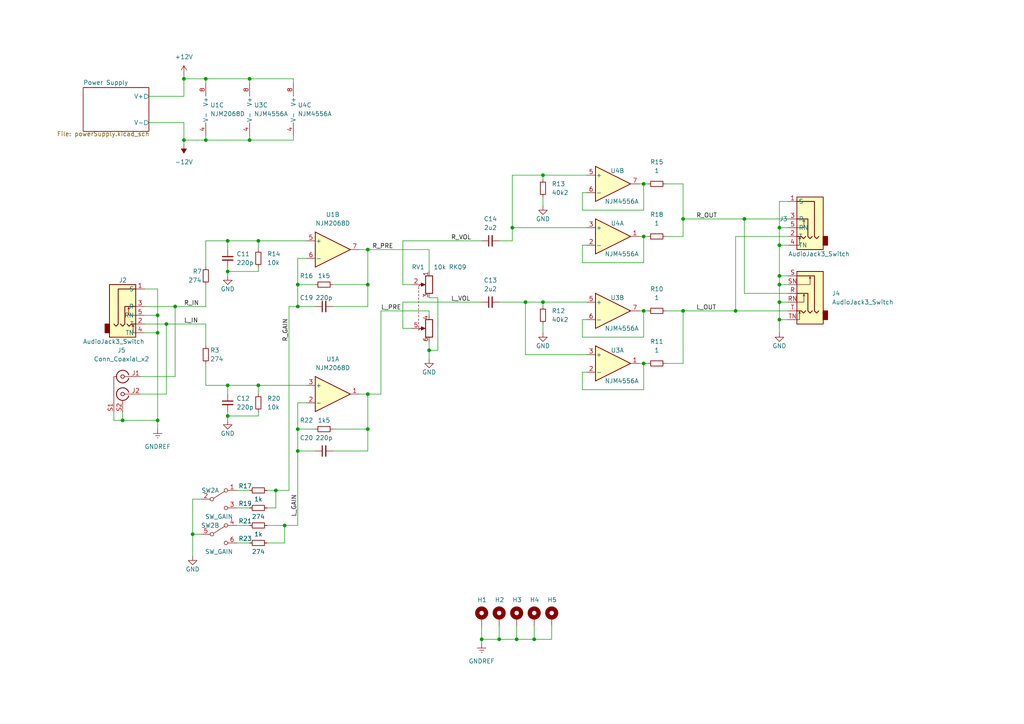
<source format=kicad_sch>
(kicad_sch (version 20211123) (generator eeschema)
  (paper "A4")
  (title_block (title "uAmp - O2 Headphone Amplifier Derivative") (date "2023-01-28") (rev "0") (company "Microcode.io"))
  (lib_symbols
    (symbol "Amplifier_Operational:NJM4556A" (pin_names (offset 0.127))
      (property "Reference" "U" (at 0 5.08 0))
      (property "Value" "NJM4556A" (at 0 -5.08 0))
      (symbol "NJM4556A_1_1"
        (polyline (pts (xy -5.08 5.08) (xy 5.08 0) (xy -5.08 -5.08) (xy -5.08 5.08)) (stroke (width 0.254)) (fill (type background)))
        (pin output line (at 7.62 0 180) (length 2.54) (name "~") (number "1"))
        (pin input line (at -7.62 -2.54 0) (length 2.54) (name "-") (number "2"))
        (pin input line (at -7.62 2.54 0) (length 2.54) (name "+") (number "3"))
      )
      (symbol "NJM4556A_2_1"
        (polyline (pts (xy -5.08 5.08) (xy 5.08 0) (xy -5.08 -5.08) (xy -5.08 5.08)) (stroke (width 0.254)) (fill (type background)))
        (pin input line (at -7.62 2.54 0) (length 2.54) (name "+") (number "5"))
        (pin input line (at -7.62 -2.54 0) (length 2.54) (name "-") (number "6"))
        (pin output line (at 7.62 0 180) (length 2.54) (name "~") (number "7"))
      )
      (symbol "NJM4556A_3_1"
        (pin power_in line (at -2.54 -7.62 90) (length 3.81) (name "V-") (number "4"))
        (pin power_in line (at -2.54 7.62 270) (length 3.81) (name "V+") (number "8"))
      )
    )
    (symbol "Amplifier_Operational:OPA2277" (pin_names (offset 0.127))
      (property "Reference" "U" (at 0 5.08 0))
      (property "Value" "OPA2277" (at 0 -5.08 0))
      (symbol "OPA2277_1_1"
        (polyline (pts (xy -5.08 5.08) (xy 5.08 0) (xy -5.08 -5.08) (xy -5.08 5.08)) (stroke (width 0.254)) (fill (type background)))
        (pin output line (at 7.62 0 180) (length 2.54) (name "~") (number "1"))
        (pin input line (at -7.62 -2.54 0) (length 2.54) (name "-") (number "2"))
        (pin input line (at -7.62 2.54 0) (length 2.54) (name "+") (number "3"))
      )
      (symbol "OPA2277_2_1"
        (polyline (pts (xy -5.08 5.08) (xy 5.08 0) (xy -5.08 -5.08) (xy -5.08 5.08)) (stroke (width 0.254)) (fill (type background)))
        (pin input line (at -7.62 2.54 0) (length 2.54) (name "+") (number "5"))
        (pin input line (at -7.62 -2.54 0) (length 2.54) (name "-") (number "6"))
        (pin output line (at 7.62 0 180) (length 2.54) (name "~") (number "7"))
      )
      (symbol "OPA2277_3_1"
        (pin power_in line (at -2.54 -7.62 90) (length 3.81) (name "V-") (number "4"))
        (pin power_in line (at -2.54 7.62 270) (length 3.81) (name "V+") (number "8"))
      )
    )
    (symbol "AudioJack3_Switch_1"
      (property "Reference" "J3" (at 7.62 0.0001 0))
      (property "Value" "AudioJack3_Switch_1" (at 7.62 -2.5399 0))
      (symbol "AudioJack3_Switch_1_0_1"
        (rectangle (start -5.08 -5.08) (end -6.35 -7.62) (stroke (width 0.254)) (fill (type outline)))
        (polyline (pts (xy 0.508 -0.254) (xy 0.762 -0.762)))
        (polyline (pts (xy 1.778 -5.334) (xy 2.032 -5.842)))
        (polyline (pts (xy 0 -5.08) (xy 0.635 -5.715) (xy 1.27 -5.08) (xy 2.54 -5.08)) (stroke (width 0.254)))
        (polyline (pts (xy 2.54 -7.62) (xy 1.778 -7.62) (xy 1.778 -5.334) (xy 1.524 -5.842)))
        (polyline (pts (xy 2.54 -2.54) (xy 0.508 -2.54) (xy 0.508 -0.254) (xy 0.254 -0.762)))
        (polyline (pts (xy -1.905 -5.08) (xy -1.27 -5.715) (xy -0.635 -5.08) (xy -0.635 0) (xy 2.54 0)) (stroke (width 0.254)))
        (polyline (pts (xy 2.54 5.08) (xy -2.54 5.08) (xy -2.54 -5.08) (xy -3.175 -5.715) (xy -3.81 -5.08)) (stroke (width 0.254)))
        (rectangle (start 2.54 6.35) (end -5.08 -8.89) (stroke (width 0.254)) (fill (type background)))
      )
      (symbol "AudioJack3_Switch_1_1_1"
        (pin passive line (at 5.08 5.08 180) (length 2.54) (name "S") (number "1"))
        (pin passive line (at 5.08 -5.08 180) (length 2.54) (name "T") (number "2"))
        (pin passive line (at 5.08 0 180) (length 2.54) (name "R") (number "3"))
        (pin passive line (at 5.08 -7.62 180) (length 2.54) (name "TN") (number "4"))
        (pin passive line (at 5.08 -2.54 180) (length 2.54) (name "RN") (number "5"))
      )
    )
    (symbol "Connector:AudioJack3_Switch"
      (property "Reference" "J" (at 0 11.43 0))
      (property "Value" "AudioJack3_Switch" (at 0 8.89 0))
      (symbol "AudioJack3_Switch_0_1"
        (rectangle (start -5.08 -5.08) (end -6.35 -7.62) (stroke (width 0.254)) (fill (type outline)))
        (polyline (pts (xy -1.27 4.826) (xy -1.016 4.318)))
        (polyline (pts (xy 0.508 -0.254) (xy 0.762 -0.762)))
        (polyline (pts (xy 1.778 -5.334) (xy 2.032 -5.842)))
        (polyline (pts (xy 0 -5.08) (xy 0.635 -5.715) (xy 1.27 -5.08) (xy 2.54 -5.08)) (stroke (width 0.254)))
        (polyline (pts (xy 2.54 -7.62) (xy 1.778 -7.62) (xy 1.778 -5.334) (xy 1.524 -5.842)))
        (polyline (pts (xy 2.54 -2.54) (xy 0.508 -2.54) (xy 0.508 -0.254) (xy 0.254 -0.762)))
        (polyline (pts (xy 2.54 2.54) (xy -1.27 2.54) (xy -1.27 4.826) (xy -1.524 4.318)))
        (polyline (pts (xy -1.905 -5.08) (xy -1.27 -5.715) (xy -0.635 -5.08) (xy -0.635 0) (xy 2.54 0)) (stroke (width 0.254)))
        (polyline (pts (xy 2.54 5.08) (xy -2.54 5.08) (xy -2.54 -5.08) (xy -3.175 -5.715) (xy -3.81 -5.08)) (stroke (width 0.254)))
        (rectangle (start 2.54 6.35) (end -5.08 -8.89) (stroke (width 0.254)) (fill (type background)))
      )
      (symbol "AudioJack3_Switch_1_1"
        (pin passive line (at 5.08 0 180) (length 2.54) (name "~") (number "R"))
        (pin passive line (at 5.08 -2.54 180) (length 2.54) (name "~") (number "RN"))
        (pin passive line (at 5.08 5.08 180) (length 2.54) (name "~") (number "S"))
        (pin passive line (at 5.08 2.54 180) (length 2.54) (name "~") (number "SN"))
        (pin passive line (at 5.08 -5.08 180) (length 2.54) (name "~") (number "T"))
        (pin passive line (at 5.08 -7.62 180) (length 2.54) (name "~") (number "TN"))
      )
    )
    (symbol "Connector:Conn_Coaxial_x2" (pin_names (offset 1.016) hide)
      (property "Reference" "J5" (at 0.3174 10.16 0))
      (property "Value" "Conn_Coaxial_x2" (at 0.3174 7.62 0))
      (symbol "Conn_Coaxial_x2_0_0"
        (pin passive line (at 2.54 -7.62 90) (length 2.54) (name "SHLD") (number "S1"))
      )
      (symbol "Conn_Coaxial_x2_0_1"
        (arc (start -1.778 -3.048) (mid 0.2311 -4.3466) (end 1.778 -2.54) (stroke (width 0.254)))
        (arc (start -1.778 2.032) (mid 0.2311 0.7334) (end 1.778 2.54) (stroke (width 0.254)))
        (circle (center 0 -2.54) (radius 0.508) (stroke (width 0.2032)))
        (polyline (pts (xy -2.54 -2.54) (xy -0.508 -2.54)))
        (polyline (pts (xy -2.54 2.54) (xy -0.508 2.54)))
        (polyline (pts (xy 0 -5.08) (xy 0 -4.318)))
        (polyline (pts (xy 2.54 -5.08) (xy 2.54 2.54) (xy 1.905 2.54)))
        (circle (center 0 2.54) (radius 0.508) (stroke (width 0.2032)))
        (arc (start 1.778 -2.54) (mid 0.2099 -0.7299) (end -1.778 -2.032) (stroke (width 0.254)))
        (arc (start 1.778 2.54) (mid 0.2099 4.3501) (end -1.778 3.048) (stroke (width 0.254)))
      )
      (symbol "Conn_Coaxial_x2_1_1"
        (pin passive line (at -5.08 2.54 0) (length 2.54) (name "IN1") (number "J1"))
        (pin passive line (at -5.08 -2.54 0) (length 2.54) (name "IN2") (number "J2"))
        (pin passive line (at 0 -7.62 90) (length 2.54) (name "SHLD") (number "S2"))
      )
    )
    (symbol "Device:C_Small" (pin_numbers hide) (pin_names (offset 0.254) hide)
      (property "Reference" "C" (at 0.254 1.778 0))
      (property "Value" "C_Small" (at 0.254 -2.032 0))
      (symbol "C_Small_0_1"
        (polyline (pts (xy -1.524 -0.508) (xy 1.524 -0.508)) (stroke (width 0.3302)))
        (polyline (pts (xy -1.524 0.508) (xy 1.524 0.508)) (stroke (width 0.3048)))
      )
      (symbol "C_Small_1_1"
        (pin passive line (at 0 2.54 270) (length 2.032) (name "~") (number "1"))
        (pin passive line (at 0 -2.54 90) (length 2.032) (name "~") (number "2"))
      )
    )
    (symbol "Device:R_Potentiometer_Dual" (pin_names (offset 1.016) hide)
      (property "Reference" "RV" (at 0 3.81 0))
      (property "Value" "R_Potentiometer_Dual" (at 0 1.905 0))
      (symbol "R_Potentiometer_Dual_0_1"
        (rectangle (start -8.89 -1.524) (end -3.81 -3.556) (stroke (width 0.254)))
        (polyline (pts (xy -6.35 0) (xy -6.35 -1.016)))
        (polyline (pts (xy -6.35 0) (xy -6.35 -1.016)))
        (polyline (pts (xy -6.35 0) (xy -5.842 0.508)))
        (polyline (pts (xy -5.588 0.508) (xy -5.08 0.508)))
        (polyline (pts (xy -4.572 0.508) (xy -4.064 0.508)))
        (polyline (pts (xy -3.556 0.508) (xy -3.048 0.508)))
        (polyline (pts (xy -2.54 0.508) (xy -2.032 0.508)))
        (polyline (pts (xy -1.524 0.508) (xy -1.016 0.508)))
        (polyline (pts (xy -0.508 0.508) (xy 0 0.508)))
        (polyline (pts (xy 0.508 0.508) (xy 1.016 0.508)))
        (polyline (pts (xy 1.524 0.508) (xy 2.032 0.508)))
        (polyline (pts (xy 2.54 0.508) (xy 3.048 0.508)))
        (polyline (pts (xy 3.556 0.508) (xy 4.064 0.508)))
        (polyline (pts (xy 4.572 0.508) (xy 5.08 0.508)))
        (polyline (pts (xy 5.588 0.508) (xy 6.096 0.508)))
        (polyline (pts (xy 6.35 0) (xy 6.35 -1.016)))
        (polyline (pts (xy 6.35 0) (xy 6.35 -1.016)))
        (polyline (pts (xy 6.604 0.508) (xy 6.858 0.508) (xy 6.35 0)))
        (polyline (pts (xy -6.35 -1.397) (xy -6.858 -0.254) (xy -5.842 -0.254) (xy -6.35 -1.397)) (fill (type outline)))
        (polyline (pts (xy 6.35 -1.397) (xy 5.842 -0.254) (xy 6.858 -0.254) (xy 6.35 -1.397)) (fill (type outline)))
        (rectangle (start 3.81 -1.524) (end 8.89 -3.556) (stroke (width 0.254)))
      )
      (symbol "R_Potentiometer_Dual_1_1"
        (pin passive line (at -10.16 -2.54 0) (length 1.27) (name "1") (number "1"))
        (pin passive line (at -6.35 2.54 270) (length 2.54) (name "2") (number "2"))
        (pin passive line (at -2.54 -2.54 180) (length 1.27) (name "3") (number "3"))
        (pin passive line (at 2.54 -2.54 0) (length 1.27) (name "4") (number "4"))
        (pin passive line (at 6.35 2.54 270) (length 2.54) (name "5") (number "5"))
        (pin passive line (at 10.16 -2.54 180) (length 1.27) (name "6") (number "6"))
      )
    )
    (symbol "Device:R_Small" (pin_numbers hide) (pin_names (offset 0.254) hide)
      (property "Reference" "R" (at 0.762 0.508 0))
      (property "Value" "R_Small" (at 0.762 -1.016 0))
      (symbol "R_Small_0_1"
        (rectangle (start -0.762 1.778) (end 0.762 -1.778) (stroke (width 0.2032)))
      )
      (symbol "R_Small_1_1"
        (pin passive line (at 0 2.54 270) (length 0.762) (name "~") (number "1"))
        (pin passive line (at 0 -2.54 90) (length 0.762) (name "~") (number "2"))
      )
    )
    (symbol "Mechanical:MountingHole_Pad" (pin_numbers hide) (pin_names (offset 1.016) hide)
      (property "Reference" "H" (at 0 6.35 0))
      (property "Value" "MountingHole_Pad" (at 0 4.445 0))
      (symbol "MountingHole_Pad_0_1"
        (circle (center 0 1.27) (radius 1.27) (stroke (width 1.27)))
      )
      (symbol "MountingHole_Pad_1_1"
        (pin input line (at 0 -2.54 90) (length 2.54) (name "1") (number "1"))
      )
    )
    (symbol "Switch:SW_DPDT_x2" (pin_names (offset 0) hide)
      (property "Reference" "SW" (at 0 4.318 0))
      (property "Value" "SW_DPDT_x2" (at 0 -5.08 0))
      (symbol "SW_DPDT_x2_0_0"
        (circle (center -2.032 0) (radius 0.508))
        (circle (center 2.032 -2.54) (radius 0.508))
      )
      (symbol "SW_DPDT_x2_0_1"
        (polyline (pts (xy -1.524 0.254) (xy 1.651 2.286)))
        (circle (center 2.032 2.54) (radius 0.508))
      )
      (symbol "SW_DPDT_x2_1_1"
        (pin passive line (at 5.08 2.54 180) (length 2.54) (name "A") (number "1"))
        (pin passive line (at -5.08 0 0) (length 2.54) (name "B") (number "2"))
        (pin passive line (at 5.08 -2.54 180) (length 2.54) (name "C") (number "3"))
      )
      (symbol "SW_DPDT_x2_2_1"
        (pin passive line (at 5.08 2.54 180) (length 2.54) (name "A") (number "4"))
        (pin passive line (at -5.08 0 0) (length 2.54) (name "B") (number "5"))
        (pin passive line (at 5.08 -2.54 180) (length 2.54) (name "C") (number "6"))
      )
    )
    (symbol "power:+12V" (power) (pin_names (offset 0))
      (property "Value" "+12V" (at 0 3.556 0))
      (symbol "+12V_0_1"
        (polyline (pts (xy -0.762 1.27) (xy 0 2.54)))
        (polyline (pts (xy 0 0) (xy 0 2.54)))
        (polyline (pts (xy 0 2.54) (xy 0.762 1.27)))
      )
      (symbol "+12V_1_1"
        (pin power_in line (at 0 0 90) (length 0) hide (name "+12V") (number "1"))
      )
    )
    (symbol "power:-12V" (power) (pin_names (offset 0))
      (property "Value" "-12V" (at 0 3.81 0))
      (symbol "-12V_0_0"
        (pin power_in line (at 0 0 90) (length 0) hide (name "-12V") (number "1"))
      )
      (symbol "-12V_0_1"
        (polyline (pts (xy 0 0) (xy 0 1.27) (xy 0.762 1.27) (xy 0 2.54) (xy -0.762 1.27) (xy 0 1.27)) (fill (type outline)))
      )
    )
    (symbol "power:GND" (power) (pin_names (offset 0))
      (property "Value" "GND" (at 0 -3.81 0))
      (symbol "GND_0_1"
        (polyline (pts (xy 0 0) (xy 0 -1.27) (xy 1.27 -1.27) (xy 0 -2.54) (xy -1.27 -1.27) (xy 0 -1.27)))
      )
      (symbol "GND_1_1"
        (pin power_in line (at 0 0 270) (length 0) hide (name "GND") (number "1"))
      )
    )
    (symbol "power:GNDREF" (power) (pin_names (offset 0))
      (property "Value" "GNDREF" (at 0 -3.81 0))
      (symbol "GNDREF_0_1"
        (polyline (pts (xy -0.635 -1.905) (xy 0.635 -1.905)))
        (polyline (pts (xy -0.127 -2.54) (xy 0.127 -2.54)))
        (polyline (pts (xy 0 -1.27) (xy 0 0)))
        (polyline (pts (xy 1.27 -1.27) (xy -1.27 -1.27)))
      )
      (symbol "GNDREF_1_1"
        (pin power_in line (at 0 0 270) (length 0) hide (name "GNDREF") (number "1"))
      )
    )
  )
  (junction (at 53.34 40.64))
  (junction (at 45.72 121.92))
  (junction (at 86.36 82.55))
  (junction (at 45.72 96.52))
  (junction (at 124.46 101.6))
  (junction (at 80.01 142.24))
  (junction (at 66.04 78.74))
  (junction (at 226.06 66.04))
  (junction (at 86.36 130.81))
  (junction (at 106.68 114.3))
  (junction (at 86.36 88.9))
  (junction (at 186.69 68.58))
  (junction (at 35.56 121.92))
  (junction (at 144.78 185.42))
  (junction (at 226.06 87.63))
  (junction (at 53.34 22.86))
  (junction (at 74.93 69.85))
  (junction (at 74.93 111.76))
  (junction (at 139.7 185.42))
  (junction (at 86.36 124.46))
  (junction (at 66.04 111.76))
  (junction (at 59.69 22.86))
  (junction (at 106.68 72.39))
  (junction (at 157.48 87.63))
  (junction (at 106.68 82.55))
  (junction (at 226.06 80.01))
  (junction (at 148.59 66.04))
  (junction (at 82.55 152.4))
  (junction (at 55.88 154.94))
  (junction (at 198.12 63.5))
  (junction (at 72.39 40.64))
  (junction (at 106.68 124.46))
  (junction (at 226.06 92.71))
  (junction (at 152.4 87.63))
  (junction (at 66.04 120.65))
  (junction (at 45.72 91.44))
  (junction (at 213.36 90.17))
  (junction (at 186.69 90.17))
  (junction (at 149.86 185.42))
  (junction (at 48.26 93.98))
  (junction (at 154.94 185.42))
  (junction (at 226.06 82.55))
  (junction (at 157.48 50.8))
  (junction (at 215.9 63.5))
  (junction (at 226.06 71.12))
  (junction (at 66.04 69.85))
  (junction (at 186.69 105.41))
  (junction (at 59.69 40.64))
  (junction (at 198.12 90.17))
  (junction (at 50.8 88.9))
  (junction (at 186.69 53.34))
  (junction (at 72.39 22.86))
  (wire (pts (xy 43.18 35.56) (xy 53.34 35.56)))
  (wire (pts (xy 226.06 66.04) (xy 226.06 71.12)))
  (wire (pts (xy 226.06 82.55) (xy 226.06 87.63)))
  (wire (pts (xy 148.59 66.04) (xy 170.18 66.04)))
  (wire (pts (xy 43.18 27.94) (xy 53.34 27.94)))
  (wire (pts (xy 116.84 87.63) (xy 139.7 87.63)))
  (wire (pts (xy 144.78 185.42) (xy 139.7 185.42)))
  (wire (pts (xy 226.06 66.04) (xy 228.6 66.04)))
  (wire (pts (xy 74.93 77.47) (xy 74.93 78.74)))
  (wire (pts (xy 124.46 86.36) (xy 127 86.36)))
  (wire (pts (xy 59.69 105.41) (xy 59.69 111.76)))
  (wire (pts (xy 186.69 76.2) (xy 186.69 68.58)))
  (wire (pts (xy 59.69 93.98) (xy 59.69 100.33)))
  (wire (pts (xy 106.68 130.81) (xy 96.52 130.81)))
  (wire (pts (xy 106.68 72.39) (xy 106.68 82.55)))
  (wire (pts (xy 66.04 111.76) (xy 66.04 114.3)))
  (wire (pts (xy 41.91 96.52) (xy 45.72 96.52)))
  (wire (pts (xy 198.12 63.5) (xy 215.9 63.5)))
  (wire (pts (xy 68.58 147.32) (xy 72.39 147.32)))
  (wire (pts (xy 168.91 107.95) (xy 168.91 113.03)))
  (wire (pts (xy 226.06 80.01) (xy 228.6 80.01)))
  (wire (pts (xy 157.48 50.8) (xy 157.48 52.07)))
  (wire (pts (xy 198.12 90.17) (xy 193.04 90.17)))
  (wire (pts (xy 149.86 185.42) (xy 144.78 185.42)))
  (wire (pts (xy 59.69 40.64) (xy 53.34 40.64)))
  (wire (pts (xy 59.69 111.76) (xy 66.04 111.76)))
  (wire (pts (xy 68.58 142.24) (xy 72.39 142.24)))
  (wire (pts (xy 157.48 87.63) (xy 170.18 87.63)))
  (wire (pts (xy 66.04 78.74) (xy 66.04 80.01)))
  (wire (pts (xy 168.91 55.88) (xy 168.91 60.96)))
  (wire (pts (xy 55.88 154.94) (xy 58.42 154.94)))
  (wire (pts (xy 170.18 92.71) (xy 168.91 92.71)))
  (wire (pts (xy 74.93 111.76) (xy 88.9 111.76)))
  (wire (pts (xy 168.91 97.79) (xy 186.69 97.79)))
  (wire (pts (xy 139.7 181.61) (xy 139.7 185.42)))
  (wire (pts (xy 213.36 90.17) (xy 213.36 68.58)))
  (wire (pts (xy 82.55 152.4) (xy 82.55 157.48)))
  (wire (pts (xy 186.69 105.41) (xy 185.42 105.41)))
  (wire (pts (xy 72.39 22.86) (xy 72.39 24.13)))
  (wire (pts (xy 86.36 82.55) (xy 91.44 82.55)))
  (wire (pts (xy 59.69 24.13) (xy 59.69 22.86)))
  (wire (pts (xy 53.34 35.56) (xy 53.34 40.64)))
  (wire (pts (xy 59.69 40.64) (xy 72.39 40.64)))
  (wire (pts (xy 40.64 114.3) (xy 48.26 114.3)))
  (wire (pts (xy 215.9 63.5) (xy 228.6 63.5)))
  (wire (pts (xy 59.69 22.86) (xy 53.34 22.86)))
  (wire (pts (xy 59.69 88.9) (xy 59.69 82.55)))
  (wire (pts (xy 186.69 53.34) (xy 187.96 53.34)))
  (wire (pts (xy 106.68 82.55) (xy 106.68 88.9)))
  (wire (pts (xy 41.91 83.82) (xy 45.72 83.82)))
  (wire (pts (xy 157.48 93.98) (xy 157.48 96.52)))
  (wire (pts (xy 41.91 93.98) (xy 48.26 93.98)))
  (wire (pts (xy 33.02 119.38) (xy 33.02 121.92)))
  (wire (pts (xy 77.47 147.32) (xy 80.01 147.32)))
  (wire (pts (xy 226.06 71.12) (xy 226.06 80.01)))
  (wire (pts (xy 127 86.36) (xy 127 101.6)))
  (wire (pts (xy 148.59 66.04) (xy 148.59 50.8)))
  (wire (pts (xy 186.69 105.41) (xy 187.96 105.41)))
  (wire (pts (xy 66.04 69.85) (xy 74.93 69.85)))
  (wire (pts (xy 157.48 87.63) (xy 157.48 88.9)))
  (wire (pts (xy 96.52 124.46) (xy 106.68 124.46)))
  (wire (pts (xy 149.86 181.61) (xy 149.86 185.42)))
  (wire (pts (xy 124.46 91.44) (xy 124.46 90.17)))
  (wire (pts (xy 170.18 71.12) (xy 168.91 71.12)))
  (wire (pts (xy 168.91 92.71) (xy 168.91 97.79)))
  (wire (pts (xy 77.47 152.4) (xy 82.55 152.4)))
  (wire (pts (xy 86.36 74.93) (xy 86.36 82.55)))
  (wire (pts (xy 228.6 58.42) (xy 226.06 58.42)))
  (wire (pts (xy 170.18 55.88) (xy 168.91 55.88)))
  (wire (pts (xy 116.84 95.25) (xy 116.84 87.63)))
  (wire (pts (xy 213.36 68.58) (xy 228.6 68.58)))
  (wire (pts (xy 72.39 40.64) (xy 85.09 40.64)))
  (wire (pts (xy 66.04 120.65) (xy 66.04 121.92)))
  (wire (pts (xy 77.47 142.24) (xy 80.01 142.24)))
  (wire (pts (xy 48.26 93.98) (xy 48.26 114.3)))
  (wire (pts (xy 45.72 83.82) (xy 45.72 91.44)))
  (wire (pts (xy 96.52 82.55) (xy 106.68 82.55)))
  (wire (pts (xy 40.64 109.22) (xy 50.8 109.22)))
  (wire (pts (xy 186.69 90.17) (xy 187.96 90.17)))
  (wire (pts (xy 58.42 144.78) (xy 55.88 144.78)))
  (wire (pts (xy 74.93 120.65) (xy 66.04 120.65)))
  (wire (pts (xy 170.18 102.87) (xy 152.4 102.87)))
  (wire (pts (xy 148.59 69.85) (xy 148.59 66.04)))
  (wire (pts (xy 45.72 121.92) (xy 45.72 124.46)))
  (wire (pts (xy 170.18 107.95) (xy 168.91 107.95)))
  (wire (pts (xy 119.38 95.25) (xy 116.84 95.25)))
  (wire (pts (xy 186.69 90.17) (xy 185.42 90.17)))
  (wire (pts (xy 186.69 97.79) (xy 186.69 90.17)))
  (wire (pts (xy 106.68 114.3) (xy 106.68 124.46)))
  (wire (pts (xy 226.06 80.01) (xy 226.06 82.55)))
  (wire (pts (xy 59.69 77.47) (xy 59.69 69.85)))
  (wire (pts (xy 116.84 69.85) (xy 139.7 69.85)))
  (wire (pts (xy 74.93 78.74) (xy 66.04 78.74)))
  (wire (pts (xy 104.14 114.3) (xy 106.68 114.3)))
  (wire (pts (xy 86.36 82.55) (xy 86.36 88.9)))
  (wire (pts (xy 226.06 87.63) (xy 226.06 92.71)))
  (wire (pts (xy 168.91 76.2) (xy 186.69 76.2)))
  (wire (pts (xy 186.69 68.58) (xy 185.42 68.58)))
  (wire (pts (xy 198.12 63.5) (xy 198.12 68.58)))
  (wire (pts (xy 66.04 119.38) (xy 66.04 120.65)))
  (wire (pts (xy 226.06 92.71) (xy 226.06 96.52)))
  (wire (pts (xy 124.46 90.17) (xy 110.49 90.17)))
  (wire (pts (xy 110.49 90.17) (xy 110.49 114.3)))
  (wire (pts (xy 198.12 68.58) (xy 193.04 68.58)))
  (wire (pts (xy 154.94 181.61) (xy 154.94 185.42)))
  (wire (pts (xy 85.09 22.86) (xy 85.09 24.13)))
  (wire (pts (xy 86.36 152.4) (xy 82.55 152.4)))
  (wire (pts (xy 186.69 60.96) (xy 186.69 53.34)))
  (wire (pts (xy 86.36 88.9) (xy 83.82 88.9)))
  (wire (pts (xy 186.69 113.03) (xy 186.69 105.41)))
  (wire (pts (xy 59.69 22.86) (xy 72.39 22.86)))
  (wire (pts (xy 186.69 68.58) (xy 187.96 68.58)))
  (wire (pts (xy 86.36 116.84) (xy 86.36 124.46)))
  (wire (pts (xy 119.38 82.55) (xy 116.84 82.55)))
  (wire (pts (xy 45.72 121.92) (xy 35.56 121.92)))
  (wire (pts (xy 53.34 21.59) (xy 53.34 22.86)))
  (wire (pts (xy 106.68 124.46) (xy 106.68 130.81)))
  (wire (pts (xy 106.68 114.3) (xy 110.49 114.3)))
  (wire (pts (xy 88.9 116.84) (xy 86.36 116.84)))
  (wire (pts (xy 127 101.6) (xy 124.46 101.6)))
  (wire (pts (xy 186.69 53.34) (xy 185.42 53.34)))
  (wire (pts (xy 160.02 181.61) (xy 160.02 185.42)))
  (wire (pts (xy 226.06 82.55) (xy 228.6 82.55)))
  (wire (pts (xy 213.36 90.17) (xy 228.6 90.17)))
  (wire (pts (xy 104.14 72.39) (xy 106.68 72.39)))
  (wire (pts (xy 144.78 181.61) (xy 144.78 185.42)))
  (wire (pts (xy 168.91 60.96) (xy 186.69 60.96)))
  (wire (pts (xy 193.04 105.41) (xy 198.12 105.41)))
  (wire (pts (xy 53.34 27.94) (xy 53.34 22.86)))
  (wire (pts (xy 66.04 77.47) (xy 66.04 78.74)))
  (wire (pts (xy 226.06 58.42) (xy 226.06 66.04)))
  (wire (pts (xy 157.48 50.8) (xy 170.18 50.8)))
  (wire (pts (xy 86.36 124.46) (xy 91.44 124.46)))
  (wire (pts (xy 74.93 69.85) (xy 88.9 69.85)))
  (wire (pts (xy 198.12 105.41) (xy 198.12 90.17)))
  (wire (pts (xy 68.58 152.4) (xy 72.39 152.4)))
  (wire (pts (xy 168.91 113.03) (xy 186.69 113.03)))
  (wire (pts (xy 152.4 87.63) (xy 152.4 102.87)))
  (wire (pts (xy 144.78 87.63) (xy 152.4 87.63)))
  (wire (pts (xy 74.93 119.38) (xy 74.93 120.65)))
  (wire (pts (xy 74.93 69.85) (xy 74.93 72.39)))
  (wire (pts (xy 124.46 101.6) (xy 124.46 104.14)))
  (wire (pts (xy 68.58 157.48) (xy 72.39 157.48)))
  (wire (pts (xy 83.82 88.9) (xy 83.82 142.24)))
  (wire (pts (xy 72.39 22.86) (xy 85.09 22.86)))
  (wire (pts (xy 124.46 101.6) (xy 124.46 99.06)))
  (wire (pts (xy 72.39 39.37) (xy 72.39 40.64)))
  (wire (pts (xy 50.8 88.9) (xy 50.8 109.22)))
  (wire (pts (xy 33.02 121.92) (xy 35.56 121.92)))
  (wire (pts (xy 226.06 87.63) (xy 228.6 87.63)))
  (wire (pts (xy 41.91 88.9) (xy 50.8 88.9)))
  (wire (pts (xy 226.06 71.12) (xy 228.6 71.12)))
  (wire (pts (xy 226.06 92.71) (xy 228.6 92.71)))
  (wire (pts (xy 74.93 111.76) (xy 74.93 114.3)))
  (wire (pts (xy 160.02 185.42) (xy 154.94 185.42)))
  (wire (pts (xy 116.84 82.55) (xy 116.84 69.85)))
  (wire (pts (xy 154.94 185.42) (xy 149.86 185.42)))
  (wire (pts (xy 193.04 53.34) (xy 198.12 53.34)))
  (wire (pts (xy 35.56 121.92) (xy 35.56 119.38)))
  (wire (pts (xy 41.91 91.44) (xy 45.72 91.44)))
  (wire (pts (xy 198.12 53.34) (xy 198.12 63.5)))
  (wire (pts (xy 148.59 50.8) (xy 157.48 50.8)))
  (wire (pts (xy 45.72 96.52) (xy 45.72 121.92)))
  (wire (pts (xy 124.46 72.39) (xy 124.46 78.74)))
  (wire (pts (xy 86.36 130.81) (xy 91.44 130.81)))
  (wire (pts (xy 59.69 39.37) (xy 59.69 40.64)))
  (wire (pts (xy 53.34 40.64) (xy 53.34 41.91)))
  (wire (pts (xy 198.12 90.17) (xy 213.36 90.17)))
  (wire (pts (xy 86.36 130.81) (xy 86.36 152.4)))
  (wire (pts (xy 66.04 111.76) (xy 74.93 111.76)))
  (wire (pts (xy 80.01 147.32) (xy 80.01 142.24)))
  (wire (pts (xy 86.36 88.9) (xy 91.44 88.9)))
  (wire (pts (xy 157.48 57.15) (xy 157.48 59.69)))
  (wire (pts (xy 82.55 157.48) (xy 77.47 157.48)))
  (wire (pts (xy 96.52 88.9) (xy 106.68 88.9)))
  (wire (pts (xy 106.68 72.39) (xy 124.46 72.39)))
  (wire (pts (xy 55.88 144.78) (xy 55.88 154.94)))
  (wire (pts (xy 86.36 124.46) (xy 86.36 130.81)))
  (wire (pts (xy 144.78 69.85) (xy 148.59 69.85)))
  (wire (pts (xy 88.9 74.93) (xy 86.36 74.93)))
  (wire (pts (xy 55.88 154.94) (xy 55.88 161.29)))
  (wire (pts (xy 59.69 69.85) (xy 66.04 69.85)))
  (wire (pts (xy 215.9 85.09) (xy 215.9 63.5)))
  (wire (pts (xy 85.09 40.64) (xy 85.09 39.37)))
  (wire (pts (xy 139.7 185.42) (xy 139.7 186.69)))
  (wire (pts (xy 45.72 91.44) (xy 45.72 96.52)))
  (wire (pts (xy 66.04 69.85) (xy 66.04 72.39)))
  (wire (pts (xy 152.4 87.63) (xy 157.48 87.63)))
  (wire (pts (xy 83.82 142.24) (xy 80.01 142.24)))
  (wire (pts (xy 48.26 93.98) (xy 59.69 93.98)))
  (wire (pts (xy 50.8 88.9) (xy 59.69 88.9)))
  (wire (pts (xy 228.6 85.09) (xy 215.9 85.09)))
  (wire (pts (xy 168.91 71.12) (xy 168.91 76.2)))
  (label "R_IN" (at 53.34 88.9 0))
  (label "R_VOL" (at 130.81 69.85 0))
  (label "L_IN" (at 53.34 93.98 0))
  (label "L_GAIN" (at 86.36 149.86 90))
  (label "L_PRE" (at 110.49 90.17 0))
  (label "R_PRE" (at 107.95 72.39 0))
  (label "L_OUT" (at 201.93 90.17 0))
  (label "R_GAIN" (at 83.82 99.06 90))
  (label "R_OUT" (at 201.93 63.5 0))
  (label "L_VOL" (at 130.81 87.63 0))
  (symbol (lib_id "Amplifier_Operational:NJM4556A") (at 177.8 90.17 0) (unit 2)
    (property "Reference" "U3" (at 179.07 86.36 0))
    (property "Value" "NJM4556A" (at 180.34 95.25 0))
    (property "Footprint" "Package_DIP:DIP-8_W7.62mm_Socket_LongPads" (effects hide))
    (property "Datasheet" "https://www.nisshinbo-microdevices.co.jp/en/pdf/datasheet/NJM4556A_E.pdf" (effects hide))
    (property "Original Part" "NJM4556AD" (effects hide))
    (property "Manufacturer" "Nisshinbo Micro Devices Inc." (effects hide))
    (property "Manufacturer Part Number" "NJM4556AD" (effects hide))
    (property "Supplier Part Number" "2129-NJM4556AD-ND" (effects hide))
    (property "Supplier" "Digi-Key" (effects hide))
  )
  (symbol (lib_id "Device:R_Small") (at 74.93 116.84 0) (unit 1)
    (property "Reference" "R20" (at 77.47 115.5699 0) (effects (justify left)))
    (property "Value" "10k" (at 77.47 118.1099 0) (effects (justify left)))
    (property "Footprint" "Resistor_THT:R_Axial_DIN0204_L3.6mm_D1.6mm_P7.62mm_Horizontal" (effects hide))
    (property "Datasheet" "https://www.vishay.com/docs/31027/cmfmil.pdf" (effects hide))
    (property "Original Part" "CCF5010K0FKE3" (effects hide))
    (property "Manufacturer" "Vishay Dale" (effects hide))
    (property "Manufacturer Part Number" "RN50C1002FRE6" (effects hide))
    (property "Supplier Part Number" "1135-1386-1-ND" (effects hide))
    (property "Supplier" "Digi-Key" (effects hide))
  )
  (symbol (lib_id "Switch:SW_DPDT_x2") (at 63.5 144.78 0) (unit 1)
    (property "Reference" "SW2" (at 60.96 142.24 0))
    (property "Value" "SW_GAIN" (at 63.5 149.86 0))
    (property "Footprint" "uAmp-O2-Library:Switch_Button_DPDT_C&K_PN22SJNA03QE" (effects hide))
    (property "Datasheet" "https://www.ckswitches.com/media/1413/pn.pdf" (effects hide))
    (property "Original Part" "PN22SJNA03QE" (effects hide))
    (property "Manufacturer" "C&K" (effects hide))
    (property "Manufacturer Part Number" "PN22SJNA03QE" (effects hide))
    (property "Supplier" "Digi-Key" (effects hide))
    (property "Supplier Part Number" "CKN1191-ND" (effects hide))
  )
  (symbol (lib_id "Mechanical:MountingHole_Pad") (at 149.86 179.07 0) (unit 1)
    (property "Reference" "H3" (at 148.59 173.99 0) (effects (justify left)))
    (property "Value" "M2" (effects hide))
    (property "Footprint" "MountingHole:MountingHole_3.2mm_M3_Pad" (effects hide))
  )
  (symbol (lib_id "power:GND") (at 157.48 96.52 0) (unit 1)
    (property "Reference" "#PWR0110" (effects hide))
    (property "Value" "GND" (at 157.48 100.33 0))
  )
  (symbol (lib_id "Mechanical:MountingHole_Pad") (at 139.7 179.07 0) (unit 1)
    (property "Reference" "H1" (at 138.43 173.99 0) (effects (justify left)))
    (property "Value" "M2" (effects hide))
    (property "Footprint" "MountingHole:MountingHole_3.2mm_M3_Pad" (effects hide))
  )
  (symbol (lib_id "power:GND") (at 157.48 59.69 0) (unit 1)
    (property "Reference" "#PWR0109" (effects hide))
    (property "Value" "GND" (at 157.48 63.5 0))
  )
  (symbol (lib_id "power:GND") (at 124.46 104.14 0) (unit 1)
    (property "Reference" "#PWR0108" (effects hide))
    (property "Value" "GND" (at 124.46 107.95 0))
  )
  (symbol (lib_id "Amplifier_Operational:NJM4556A") (at 87.63 31.75 0) (unit 3)
    (property "Reference" "U4" (at 86.36 30.4799 0) (effects (justify left)))
    (property "Value" "NJM4556A" (at 86.36 33.0199 0) (effects (justify left)))
    (property "Footprint" "Package_DIP:DIP-8_W7.62mm_Socket_LongPads" (effects hide))
    (property "Datasheet" "https://www.nisshinbo-microdevices.co.jp/en/pdf/datasheet/NJM4556A_E.pdf" (effects hide))
    (property "Original Part" "NJM4556AD" (effects hide))
    (property "Manufacturer" "Nisshinbo Micro Devices Inc." (effects hide))
    (property "Manufacturer Part Number" "NJM4556AD" (effects hide))
    (property "Supplier Part Number" "2129-NJM4556AD-ND" (effects hide))
    (property "Supplier" "Digi-Key" (effects hide))
  )
  (symbol (lib_id "Amplifier_Operational:OPA2277") (at 96.52 114.3 0) (unit 1)
    (property "Reference" "U1" (at 96.52 104.14 0))
    (property "Value" "NJM2068D" (at 96.52 106.68 0))
    (property "Footprint" "Package_DIP:DIP-8_W7.62mm_Socket_LongPads" (effects hide))
    (property "Datasheet" "https://www.nisshinbo-microdevices.co.jp/en/pdf/datasheet/NJM2068_E.pdf" (effects hide))
    (property "Original Part" "NJM2068D" (effects hide))
    (property "Manufacturer" "Nisshinbo Micro Devices Inc." (effects hide))
    (property "Manufacturer Part Number" "NJM2068D" (effects hide))
    (property "Supplier Part Number" "2129-NJM2068D-ND" (effects hide))
    (property "Supplier" "Digi-Key" (effects hide))
  )
  (symbol (lib_id "Device:C_Small") (at 142.24 87.63 90) (unit 1)
    (property "Reference" "C13" (at 142.2463 81.28 90))
    (property "Value" "2u2" (at 142.2463 83.82 90))
    (property "Footprint" "Capacitor_THT:C_Rect_L7.2mm_W7.2mm_P5.00mm_FKS2_FKP2_MKS2_MKP2" (effects hide))
    (property "Datasheet" "https://api.kemet.com/component-edge/download/datasheet/F601JU225K063C.pdf" (effects hide))
    (property "Original Part" "MMK5225K63J06L4BULK" (effects hide))
    (property "Manufacturer" "KEMET" (effects hide))
    (property "Manufacturer Part Number" "MMK5225K63J06L4BULK" (effects hide))
    (property "Supplier Part Number" "399-MMK5225K63J06L4BULK-ND" (effects hide))
    (property "Supplier" "Digi-Key" (effects hide))
  )
  (symbol (lib_id "Device:C_Small") (at 66.04 74.93 0) (unit 1)
    (property "Reference" "C11" (at 68.58 73.6662 0) (effects (justify left)))
    (property "Value" "220p" (at 68.58 76.2062 0) (effects (justify left)))
    (property "Footprint" "Capacitor_THT:C_Disc_D5.0mm_W2.5mm_P2.50mm" (effects hide))
    (property "Datasheet" "https://www.vishay.com/docs/45171/kseries.pdf" (effects hide))
    (property "Original Part" "K221J15C0GH5TL2" (effects hide))
    (property "Manufacturer" "Vishay Beyschlag/Draloric/BC Components" (effects hide))
    (property "Manufacturer Part Number" "K221J15C0GH5TL2" (effects hide))
    (property "Supplier Part Number" "BC1058CT-ND" (effects hide))
    (property "Supplier" "Digi-Key" (effects hide))
  )
  (symbol (lib_id "Device:R_Small") (at 74.93 147.32 90) (unit 1)
    (property "Reference" "R19" (at 71.12 146.05 90))
    (property "Value" "274" (at 74.93 149.86 90))
    (property "Footprint" "Resistor_THT:R_Axial_DIN0204_L3.6mm_D1.6mm_P7.62mm_Horizontal" (effects hide))
    (property "Datasheet" "https://www.vishay.com/docs/28722/sfr16s25.pdf" (effects hide))
    (property "Original Part" "SFR16S0002740FR500" (effects hide))
    (property "Manufacturer" "Vishay Beyschlag/Draloric/BC Components" (effects hide))
    (property "Manufacturer Part Number" "SFR16S0002740FR500" (effects hide))
    (property "Supplier" "Digi-Key" (effects hide))
    (property "Supplier Part Number" "PPC274XCT-ND" (effects hide))
  )
  (symbol (lib_id "Amplifier_Operational:OPA2277") (at 96.52 72.39 0) (unit 2)
    (property "Reference" "U1" (at 96.52 62.23 0))
    (property "Value" "NJM2068D" (at 96.52 64.77 0))
    (property "Footprint" "Package_DIP:DIP-8_W7.62mm_Socket_LongPads" (effects hide))
    (property "Datasheet" "https://www.nisshinbo-microdevices.co.jp/en/pdf/datasheet/NJM2068_E.pdf" (effects hide))
    (property "Original Part" "NJM2068D" (effects hide))
    (property "Manufacturer" "Nisshinbo Micro Devices Inc." (effects hide))
    (property "Manufacturer Part Number" "NJM2068D" (effects hide))
    (property "Supplier Part Number" "2129-NJM2068D-ND" (effects hide))
    (property "Supplier" "Digi-Key" (effects hide))
  )
  (symbol (lib_id "power:GND") (at 226.06 96.52 0) (unit 1)
    (property "Reference" "#PWR0107" (effects hide))
    (property "Value" "GND" (at 226.06 100.33 0))
  )
  (symbol (lib_id "Amplifier_Operational:NJM4556A") (at 74.93 31.75 0) (unit 3)
    (property "Reference" "U3" (at 73.66 30.4799 0) (effects (justify left)))
    (property "Value" "NJM4556A" (at 73.66 33.0199 0) (effects (justify left)))
    (property "Footprint" "Package_DIP:DIP-8_W7.62mm_Socket_LongPads" (effects hide))
    (property "Datasheet" "https://www.nisshinbo-microdevices.co.jp/en/pdf/datasheet/NJM4556A_E.pdf" (effects hide))
    (property "Original Part" "NJM4556AD" (effects hide))
    (property "Manufacturer" "Nisshinbo Micro Devices Inc." (effects hide))
    (property "Manufacturer Part Number" "NJM4556AD" (effects hide))
    (property "Supplier Part Number" "2129-NJM4556AD-ND" (effects hide))
    (property "Supplier" "Digi-Key" (effects hide))
  )
  (symbol (lib_id "Device:R_Small") (at 59.69 80.01 0) (unit 1)
    (property "Reference" "R7" (at 55.88 78.74 0) (effects (justify left)))
    (property "Value" "274" (at 54.61 81.28 0) (effects (justify left)))
    (property "Footprint" "Resistor_THT:R_Axial_DIN0204_L3.6mm_D1.6mm_P7.62mm_Horizontal" (effects hide))
    (property "Datasheet" "https://www.vishay.com/docs/28722/sfr16s25.pdf" (effects hide))
    (property "Original Part" "SFR16S0002740FR500" (effects hide))
    (property "Manufacturer" "Vishay Beyschlag/Draloric/BC Components" (effects hide))
    (property "Manufacturer Part Number" "SFR16S0002740FR500" (effects hide))
    (property "Supplier" "Digi-Key" (effects hide))
    (property "Supplier Part Number" "PPC274XCT-ND" (effects hide))
  )
  (symbol (lib_name "AudioJack3_Switch_1") (lib_id "Connector:AudioJack3_Switch") (at 36.83 88.9 0) (unit 1)
    (property "Reference" "J2" (at 36.83 81.28 0) (effects (justify right)))
    (property "Value" "AudioJack3_Switch" (at 41.91 99.06 0) (effects (justify right)))
    (property "Footprint" "uAmp-O2-Library:Connector_AudioJack_1.8mmTRS_SJ13535NS" (effects hide))
    (property "Datasheet" "https://www.cuidevices.com/product/resource/sj1-353xns-series.pdf" (effects hide))
    (property "Original Part" "STX-3120-5B-284C" (effects hide))
    (property "Manufacturer" "CUI Devices" (effects hide))
    (property "Manufacturer Part Number" "SJ1-3535NS" (effects hide))
    (property "Supplier" "Digi-Key" (effects hide))
    (property "Supplier Part Number" "CP1-3535NS-ND" (effects hide))
  )
  (symbol (lib_name "AudioJack3_Switch_1") (lib_id "Connector:AudioJack3_Switch") (at 233.68 63.5 0) (mirror y) (unit 1)
    (property "Reference" "J3" (at 226.06 63.4999 0) (effects (justify right)))
    (property "Value" "AudioJack3_Switch" (at 228.6 73.66 0) (effects (justify right)))
    (property "Footprint" "uAmp-O2-Library:Connector_AudioJack_1.8mmTRS_SJ13535NS" (effects hide))
    (property "Datasheet" "https://www.cuidevices.com/product/resource/sj1-353xns-series.pdf" (effects hide))
    (property "Original Part" "STX-3120-5B-284C" (effects hide))
    (property "Manufacturer" "CUI Devices" (effects hide))
    (property "Manufacturer Part Number" "SJ1-3535NS" (effects hide))
    (property "Supplier" "Digi-Key" (effects hide))
    (property "Supplier Part Number" "CP1-3535NS-ND" (effects hide))
  )
  (symbol (lib_id "Device:C_Small") (at 142.24 69.85 90) (unit 1)
    (property "Reference" "C14" (at 142.2463 63.5 90))
    (property "Value" "2u2" (at 142.2463 66.04 90))
    (property "Footprint" "Capacitor_THT:C_Rect_L7.2mm_W7.2mm_P5.00mm_FKS2_FKP2_MKS2_MKP2" (effects hide))
    (property "Datasheet" "https://api.kemet.com/component-edge/download/datasheet/F601JU225K063C.pdf" (effects hide))
    (property "Original Part" "MMK5225K63J06L4BULK" (effects hide))
    (property "Manufacturer" "KEMET" (effects hide))
    (property "Manufacturer Part Number" "MMK5225K63J06L4BULK" (effects hide))
    (property "Supplier Part Number" "399-MMK5225K63J06L4BULK-ND" (effects hide))
    (property "Supplier" "Digi-Key" (effects hide))
  )
  (symbol (lib_id "Device:R_Small") (at 74.93 157.48 90) (unit 1)
    (property "Reference" "R23" (at 71.12 156.21 90))
    (property "Value" "274" (at 74.93 160.02 90))
    (property "Footprint" "Resistor_THT:R_Axial_DIN0204_L3.6mm_D1.6mm_P7.62mm_Horizontal" (effects hide))
    (property "Datasheet" "https://www.vishay.com/docs/28722/sfr16s25.pdf" (effects hide))
    (property "Original Part" "SFR16S0002740FR500" (effects hide))
    (property "Manufacturer" "Vishay Beyschlag/Draloric/BC Components" (effects hide))
    (property "Manufacturer Part Number" "SFR16S0002740FR500" (effects hide))
    (property "Supplier" "Digi-Key" (effects hide))
    (property "Supplier Part Number" "PPC274XCT-ND" (effects hide))
  )
  (symbol (lib_id "power:-12V") (at 53.34 41.91 180) (unit 1)
    (property "Reference" "#PWR0105" (effects hide))
    (property "Value" "-12V" (at 53.34 46.99 0))
  )
  (symbol (lib_id "Device:R_Small") (at 190.5 53.34 90) (unit 1)
    (property "Reference" "R15" (at 190.5 46.99 90))
    (property "Value" "1" (at 190.5 49.53 90))
    (property "Footprint" "Resistor_THT:R_Axial_DIN0207_L6.3mm_D2.5mm_P10.16mm_Horizontal" (effects hide))
    (property "Datasheet" "https://www.yageo.com/upload/media/product/productsearch/datasheet/lr/YAGEO%20MFR_datasheet_2021v1.pdf" (effects hide))
    (property "Original Part" "MF1/4DC1R00F" (effects hide))
    (property "Manufacturer" "YAGEO" (effects hide))
    (property "Manufacturer Part Number" "MFR50SFTE52-1R" (effects hide))
    (property "Supplier Part Number" "13-MFR50SFTE52-1RCT-ND" (effects hide))
    (property "Supplier" "Digi-Key" (effects hide))
  )
  (symbol (lib_id "Amplifier_Operational:NJM4556A") (at 177.8 105.41 0) (unit 1)
    (property "Reference" "U3" (at 179.07 101.6 0))
    (property "Value" "NJM4556A" (at 180.34 110.49 0))
    (property "Footprint" "Package_DIP:DIP-8_W7.62mm_Socket_LongPads" (effects hide))
    (property "Datasheet" "https://www.nisshinbo-microdevices.co.jp/en/pdf/datasheet/NJM4556A_E.pdf" (effects hide))
    (property "Original Part" "NJM4556AD" (effects hide))
    (property "Manufacturer" "Nisshinbo Micro Devices Inc." (effects hide))
    (property "Manufacturer Part Number" "NJM4556AD" (effects hide))
    (property "Supplier Part Number" "2129-NJM4556AD-ND" (effects hide))
    (property "Supplier" "Digi-Key" (effects hide))
  )
  (symbol (lib_id "Device:R_Small") (at 74.93 142.24 90) (unit 1)
    (property "Reference" "R17" (at 71.12 140.97 90))
    (property "Value" "1k" (at 74.93 144.78 90))
    (property "Footprint" "Resistor_THT:R_Axial_DIN0204_L3.6mm_D1.6mm_P7.62mm_Horizontal" (effects hide))
    (property "Datasheet" "https://www.vishay.com/docs/28724/mrs16m25.pdf" (effects hide))
    (property "Original Part" "MRS16000C1001FRP00" (effects hide))
    (property "Manufacturer" "Vishay Beyschlag/Draloric/BC Components" (effects hide))
    (property "Manufacturer Part Number" "MRS16000C1001FRP00" (effects hide))
    (property "Supplier Part Number" "BC3916CT-ND" (effects hide))
    (property "Supplier" "Digi-Key" (effects hide))
  )
  (symbol (lib_id "Connector:AudioJack3_Switch") (at 233.68 85.09 0) (mirror y) (unit 1)
    (property "Reference" "J4" (at 241.3 85.0899 0) (effects (justify right)))
    (property "Value" "AudioJack3_Switch" (at 241.3 87.6299 0) (effects (justify right)))
    (property "Footprint" "uAmp-O2-Library:Connector_AudioJack_3.5mmTRS_IO-TJ6HH" (effects hide))
    (property "Datasheet" "https://ioaudiotech.com/engineering-drawings/IO-TJXHH.pdf" (effects hide))
    (property "Original Part" "STX-3120-5B-284C" (effects hide))
    (property "Manufacturer" "IO Audio Technologies" (effects hide))
    (property "Manufacturer Part Number" "IO-TJ6HH" (effects hide))
    (property "Supplier" "Digi-Key" (effects hide))
    (property "Supplier Part Number" "1937-IO-TJ6HH-ND" (effects hide))
  )
  (symbol (lib_id "Switch:SW_DPDT_x2") (at 63.5 154.94 0) (unit 2)
    (property "Reference" "SW2" (at 60.96 152.4 0))
    (property "Value" "SW_GAIN" (at 63.5 160.02 0))
    (property "Footprint" "uAmp-O2-Library:Switch_Button_DPDT_C&K_PN22SJNA03QE" (effects hide))
    (property "Datasheet" "https://www.ckswitches.com/media/1413/pn.pdf" (effects hide))
    (property "Original Part" "PN22SJNA03QE" (effects hide))
    (property "Manufacturer" "C&K" (effects hide))
    (property "Manufacturer Part Number" "PN22SJNA03QE" (effects hide))
    (property "Supplier" "Digi-Key" (effects hide))
    (property "Supplier Part Number" "CKN1191-ND" (effects hide))
  )
  (symbol (lib_id "power:GND") (at 55.88 161.29 0) (unit 1)
    (property "Reference" "#PWR0104" (effects hide))
    (property "Value" "GND" (at 55.88 165.1 0))
  )
  (symbol (lib_id "Mechanical:MountingHole_Pad") (at 144.78 179.07 0) (unit 1)
    (property "Reference" "H2" (at 143.51 173.99 0) (effects (justify left)))
    (property "Value" "M2" (effects hide))
    (property "Footprint" "MountingHole:MountingHole_3.2mm_M3_Pad" (effects hide))
  )
  (symbol (lib_id "Device:R_Small") (at 190.5 90.17 90) (unit 1)
    (property "Reference" "R10" (at 190.5 83.82 90))
    (property "Value" "1" (at 190.5 86.36 90))
    (property "Footprint" "Resistor_THT:R_Axial_DIN0207_L6.3mm_D2.5mm_P10.16mm_Horizontal" (effects hide))
    (property "Datasheet" "https://www.yageo.com/upload/media/product/productsearch/datasheet/lr/YAGEO%20MFR_datasheet_2021v1.pdf" (effects hide))
    (property "Original Part" "MF1/4DC1R00F" (effects hide))
    (property "Manufacturer" "YAGEO" (effects hide))
    (property "Manufacturer Part Number" "MFR50SFTE52-1R" (effects hide))
    (property "Supplier Part Number" "13-MFR50SFTE52-1RCT-ND" (effects hide))
    (property "Supplier" "Digi-Key" (effects hide))
  )
  (symbol (lib_id "Connector:Conn_Coaxial_x2") (at 35.56 111.76 0) (mirror y) (unit 1)
    (property "Reference" "J5" (at 35.2426 101.6 0))
    (property "Value" "Conn_Coaxial_x2" (at 35.2426 104.14 0))
    (property "Footprint" "uAmp-O2-Library:PJRAS2X1S01AUX" (effects hide))
    (property "Datasheet" "https://www.switchcraft.com/assets/1/24/pjras2x1s__x_series_cd.pdf?4675" (effects hide))
    (property "Original Part" "NYS367-2" (effects hide))
    (property "Manufacturer" "Switchcraft Inc." (effects hide))
    (property "Manufacturer Part Number" "PJRAS2X1S01AUX" (effects hide))
    (property "Supplier Part Number" "SC1858-ND" (effects hide))
    (property "Supplier" "Digi-Key" (effects hide))
  )
  (symbol (lib_id "Amplifier_Operational:NJM4556A") (at 177.8 68.58 0) (unit 1)
    (property "Reference" "U4" (at 179.07 64.77 0))
    (property "Value" "NJM4556A" (at 180.34 73.66 0))
    (property "Footprint" "Package_DIP:DIP-8_W7.62mm_Socket_LongPads" (effects hide))
    (property "Datasheet" "https://www.nisshinbo-microdevices.co.jp/en/pdf/datasheet/NJM4556A_E.pdf" (effects hide))
    (property "Original Part" "NJM4556AD" (effects hide))
    (property "Manufacturer" "Nisshinbo Micro Devices Inc." (effects hide))
    (property "Manufacturer Part Number" "NJM4556AD" (effects hide))
    (property "Supplier Part Number" "2129-NJM4556AD-ND" (effects hide))
    (property "Supplier" "Digi-Key" (effects hide))
  )
  (symbol (lib_id "Device:R_Potentiometer_Dual") (at 121.92 88.9 90) (mirror x) (unit 1)
    (property "Reference" "RV1" (at 119.38 77.47 90) (effects (justify right)))
    (property "Value" "10k RK09" (at 125.73 77.47 90) (effects (justify right)))
    (property "Footprint" "uAmp-O2-Library:Potentiometer_Bourns_PTD902" (effects hide))
    (property "Datasheet" "https://www.bourns.com/docs/Product-Datasheets/PTD90.pdf" (effects hide))
    (property "Original Part" "RK09712200MC" (effects hide))
    (property "Manufacturer" "Bourns Inc." (effects hide))
    (property "Manufacturer Part Number" "PTD902-1025K-A103" (effects hide))
    (property "Supplier Part Number" "PTD902-1025K-A103-ND" (effects hide))
    (property "Supplier" "Digi-Key" (effects hide))
  )
  (symbol (lib_id "Device:R_Small") (at 74.93 152.4 90) (unit 1)
    (property "Reference" "R21" (at 71.12 151.13 90))
    (property "Value" "1k" (at 74.93 154.94 90))
    (property "Footprint" "Resistor_THT:R_Axial_DIN0204_L3.6mm_D1.6mm_P7.62mm_Horizontal" (effects hide))
    (property "Datasheet" "https://www.vishay.com/docs/28724/mrs16m25.pdf" (effects hide))
    (property "Original Part" "MRS16000C1001FRP00" (effects hide))
    (property "Manufacturer" "Vishay Beyschlag/Draloric/BC Components" (effects hide))
    (property "Manufacturer Part Number" "MRS16000C1001FRP00" (effects hide))
    (property "Supplier Part Number" "BC3916CT-ND" (effects hide))
    (property "Supplier" "Digi-Key" (effects hide))
  )
  (symbol (lib_id "Device:R_Small") (at 93.98 124.46 90) (unit 1)
    (property "Reference" "R22" (at 88.9 121.92 90))
    (property "Value" "1k5" (at 93.98 121.92 90))
    (property "Footprint" "Resistor_THT:R_Axial_DIN0204_L3.6mm_D1.6mm_P7.62mm_Horizontal" (effects hide))
    (property "Datasheet" "https://www.vishay.com/docs/28722/sfr16s25.pdf" (effects hide))
    (property "Original Part" "SFR16S0001501FR500" (effects hide))
    (property "Manufacturer" "Vishay Beyschlag/Draloric/BC Components" (effects hide))
    (property "Manufacturer Part Number" "SFR16S0001501FR500" (effects hide))
    (property "Supplier Part Number" "PPC1.50KXCT-ND" (effects hide))
    (property "Supplier" "Digi-Key" (effects hide))
  )
  (symbol (lib_id "power:GND") (at 66.04 121.92 0) (unit 1)
    (property "Reference" "#PWR0103" (effects hide))
    (property "Value" "GND" (at 66.04 125.73 0))
  )
  (symbol (lib_id "power:GNDREF") (at 45.72 124.46 0) (unit 1)
    (property "Reference" "#PWR0102" (effects hide))
    (property "Value" "GNDREF" (at 45.72 129.54 0))
  )
  (symbol (lib_id "Device:R_Small") (at 59.69 102.87 0) (unit 1)
    (property "Reference" "R3" (at 60.96 101.6 0) (effects (justify left)))
    (property "Value" "274" (at 60.96 104.14 0) (effects (justify left)))
    (property "Footprint" "Resistor_THT:R_Axial_DIN0204_L3.6mm_D1.6mm_P7.62mm_Horizontal" (effects hide))
    (property "Datasheet" "https://www.vishay.com/docs/28722/sfr16s25.pdf" (effects hide))
    (property "Original Part" "SFR16S0002740FR500" (effects hide))
    (property "Manufacturer" "Vishay Beyschlag/Draloric/BC Components" (effects hide))
    (property "Manufacturer Part Number" "SFR16S0002740FR500" (effects hide))
    (property "Supplier" "Digi-Key" (effects hide))
    (property "Supplier Part Number" "PPC274XCT-ND" (effects hide))
  )
  (symbol (lib_id "Amplifier_Operational:OPA2277") (at 62.23 31.75 0) (unit 3)
    (property "Reference" "U1" (at 60.96 30.4799 0) (effects (justify left)))
    (property "Value" "NJM2068D" (at 60.96 33.0199 0) (effects (justify left)))
    (property "Footprint" "Package_DIP:DIP-8_W7.62mm_Socket_LongPads" (effects hide))
    (property "Datasheet" "https://www.nisshinbo-microdevices.co.jp/en/pdf/datasheet/NJM2068_E.pdf" (effects hide))
    (property "Original Part" "NJM2068D" (effects hide))
    (property "Manufacturer" "Nisshinbo Micro Devices Inc." (effects hide))
    (property "Manufacturer Part Number" "NJM2068D" (effects hide))
    (property "Supplier Part Number" "2129-NJM2068D-ND" (effects hide))
    (property "Supplier" "Digi-Key" (effects hide))
  )
  (symbol (lib_id "Device:C_Small") (at 93.98 130.81 90) (unit 1)
    (property "Reference" "C20" (at 88.9 127 90))
    (property "Value" "220p" (at 93.9863 127 90))
    (property "Footprint" "Capacitor_THT:C_Disc_D5.0mm_W2.5mm_P2.50mm" (effects hide))
    (property "Datasheet" "https://www.vishay.com/docs/45171/kseries.pdf" (effects hide))
    (property "Original Part" "K221J15C0GH5TL2" (effects hide))
    (property "Manufacturer" "Vishay Beyschlag/Draloric/BC Components" (effects hide))
    (property "Manufacturer Part Number" "K221J15C0GH5TL2" (effects hide))
    (property "Supplier Part Number" "BC1058CT-ND" (effects hide))
    (property "Supplier" "Digi-Key" (effects hide))
  )
  (symbol (lib_id "power:GND") (at 66.04 80.01 0) (unit 1)
    (property "Reference" "#PWR0101" (effects hide))
    (property "Value" "GND" (at 66.04 83.82 0))
  )
  (symbol (lib_id "Mechanical:MountingHole_Pad") (at 160.02 179.07 0) (unit 1)
    (property "Reference" "H5" (at 158.75 173.99 0) (effects (justify left)))
    (property "Value" "M2" (effects hide))
    (property "Footprint" "MountingHole:MountingHole_3.2mm_M3_Pad" (effects hide))
  )
  (symbol (lib_id "Device:R_Small") (at 93.98 82.55 90) (unit 1)
    (property "Reference" "R16" (at 88.9 80.01 90))
    (property "Value" "1k5" (at 93.98 80.01 90))
    (property "Footprint" "Resistor_THT:R_Axial_DIN0204_L3.6mm_D1.6mm_P7.62mm_Horizontal" (effects hide))
    (property "Datasheet" "https://www.vishay.com/docs/28722/sfr16s25.pdf" (effects hide))
    (property "Original Part" "SFR16S0001501FR500" (effects hide))
    (property "Manufacturer" "Vishay Beyschlag/Draloric/BC Components" (effects hide))
    (property "Manufacturer Part Number" "SFR16S0001501FR500" (effects hide))
    (property "Supplier Part Number" "PPC1.50KXCT-ND" (effects hide))
    (property "Supplier" "Digi-Key" (effects hide))
  )
  (symbol (lib_id "Device:C_Small") (at 66.04 116.84 0) (unit 1)
    (property "Reference" "C12" (at 68.58 115.5762 0) (effects (justify left)))
    (property "Value" "220p" (at 68.58 118.1162 0) (effects (justify left)))
    (property "Footprint" "Capacitor_THT:C_Disc_D5.0mm_W2.5mm_P2.50mm" (effects hide))
    (property "Datasheet" "https://www.vishay.com/docs/45171/kseries.pdf" (effects hide))
    (property "Original Part" "K221J15C0GH5TL2" (effects hide))
    (property "Manufacturer" "Vishay Beyschlag/Draloric/BC Components" (effects hide))
    (property "Manufacturer Part Number" "K221J15C0GH5TL2" (effects hide))
    (property "Supplier Part Number" "BC1058CT-ND" (effects hide))
    (property "Supplier" "Digi-Key" (effects hide))
  )
  (symbol (lib_id "Device:R_Small") (at 157.48 91.44 0) (unit 1)
    (property "Reference" "R12" (at 160.02 90.1699 0) (effects (justify left)))
    (property "Value" "40k2" (at 160.02 92.7099 0) (effects (justify left)))
    (property "Footprint" "Resistor_THT:R_Axial_DIN0204_L3.6mm_D1.6mm_P7.62mm_Horizontal" (effects hide))
    (property "Datasheet" "https://www.vishay.com/docs/28722/sfr16s25.pdf" (effects hide))
    (property "Original Part" "SFR16S0004022FR500" (effects hide))
    (property "Manufacturer" "Vishay Beyschlag/Draloric/BC Components" (effects hide))
    (property "Manufacturer Part Number" "SFR16S0004022FR500" (effects hide))
    (property "Supplier Part Number" "PPC40.2KXCT-ND" (effects hide))
    (property "Supplier" "Digi-Key" (effects hide))
  )
  (symbol (lib_id "Mechanical:MountingHole_Pad") (at 154.94 179.07 0) (unit 1)
    (property "Reference" "H4" (at 153.67 173.99 0) (effects (justify left)))
    (property "Value" "M2" (effects hide))
    (property "Footprint" "MountingHole:MountingHole_3.2mm_M3_Pad" (effects hide))
  )
  (symbol (lib_id "Device:R_Small") (at 190.5 68.58 90) (unit 1)
    (property "Reference" "R18" (at 190.5 62.23 90))
    (property "Value" "1" (at 190.5 64.77 90))
    (property "Footprint" "Resistor_THT:R_Axial_DIN0207_L6.3mm_D2.5mm_P10.16mm_Horizontal" (effects hide))
    (property "Datasheet" "https://www.yageo.com/upload/media/product/productsearch/datasheet/lr/YAGEO%20MFR_datasheet_2021v1.pdf" (effects hide))
    (property "Original Part" "MF1/4DC1R00F" (effects hide))
    (property "Manufacturer" "YAGEO" (effects hide))
    (property "Manufacturer Part Number" "MFR50SFTE52-1R" (effects hide))
    (property "Supplier Part Number" "13-MFR50SFTE52-1RCT-ND" (effects hide))
    (property "Supplier" "Digi-Key" (effects hide))
  )
  (symbol (lib_id "Device:R_Small") (at 157.48 54.61 0) (unit 1)
    (property "Reference" "R13" (at 160.02 53.3399 0) (effects (justify left)))
    (property "Value" "40k2" (at 160.02 55.8799 0) (effects (justify left)))
    (property "Footprint" "Resistor_THT:R_Axial_DIN0204_L3.6mm_D1.6mm_P7.62mm_Horizontal" (effects hide))
    (property "Datasheet" "https://www.vishay.com/docs/28722/sfr16s25.pdf" (effects hide))
    (property "Original Part" "SFR16S0004022FR500" (effects hide))
    (property "Manufacturer" "Vishay Beyschlag/Draloric/BC Components" (effects hide))
    (property "Manufacturer Part Number" "SFR16S0004022FR500" (effects hide))
    (property "Supplier Part Number" "PPC40.2KXCT-ND" (effects hide))
    (property "Supplier" "Digi-Key" (effects hide))
  )
  (symbol (lib_id "Device:R_Small") (at 190.5 105.41 90) (unit 1)
    (property "Reference" "R11" (at 190.5 99.06 90))
    (property "Value" "1" (at 190.5 101.6 90))
    (property "Footprint" "Resistor_THT:R_Axial_DIN0207_L6.3mm_D2.5mm_P10.16mm_Horizontal" (effects hide))
    (property "Datasheet" "https://www.yageo.com/upload/media/product/productsearch/datasheet/lr/YAGEO%20MFR_datasheet_2021v1.pdf" (effects hide))
    (property "Original Part" "MF1/4DC1R00F" (effects hide))
    (property "Manufacturer" "YAGEO" (effects hide))
    (property "Manufacturer Part Number" "MFR50SFTE52-1R" (effects hide))
    (property "Supplier Part Number" "13-MFR50SFTE52-1RCT-ND" (effects hide))
    (property "Supplier" "Digi-Key" (effects hide))
  )
  (symbol (lib_id "power:+12V") (at 53.34 21.59 0) (unit 1)
    (property "Reference" "#PWR0106" (effects hide))
    (property "Value" "+12V" (at 53.34 16.51 0))
  )
  (symbol (lib_id "Device:R_Small") (at 74.93 74.93 0) (unit 1)
    (property "Reference" "R14" (at 77.47 73.6599 0) (effects (justify left)))
    (property "Value" "10k" (at 77.47 76.1999 0) (effects (justify left)))
    (property "Footprint" "Resistor_THT:R_Axial_DIN0204_L3.6mm_D1.6mm_P7.62mm_Horizontal" (effects hide))
    (property "Datasheet" "https://www.vishay.com/docs/31027/cmfmil.pdf" (effects hide))
    (property "Original Part" "CCF5010K0FKE3" (effects hide))
    (property "Manufacturer" "Vishay Dale" (effects hide))
    (property "Manufacturer Part Number" "RN50C1002FRE6" (effects hide))
    (property "Supplier Part Number" "1135-1386-1-ND" (effects hide))
    (property "Supplier" "Digi-Key" (effects hide))
  )
  (symbol (lib_id "power:GNDREF") (at 139.7 186.69 0) (unit 1)
    (property "Reference" "#PWR?" (effects hide))
    (property "Value" "GNDREF" (at 139.7 191.77 0))
  )
  (symbol (lib_id "Device:C_Small") (at 93.98 88.9 90) (unit 1)
    (property "Reference" "C19" (at 88.9 86.36 90))
    (property "Value" "220p" (at 93.98 86.36 90))
    (property "Footprint" "Capacitor_THT:C_Disc_D5.0mm_W2.5mm_P2.50mm" (effects hide))
    (property "Datasheet" "https://www.vishay.com/docs/45171/kseries.pdf" (effects hide))
    (property "Original Part" "K221J15C0GH5TL2" (effects hide))
    (property "Manufacturer" "Vishay Beyschlag/Draloric/BC Components" (effects hide))
    (property "Manufacturer Part Number" "K221J15C0GH5TL2" (effects hide))
    (property "Supplier Part Number" "BC1058CT-ND" (effects hide))
    (property "Supplier" "Digi-Key" (effects hide))
  )
  (symbol (lib_id "Amplifier_Operational:NJM4556A") (at 177.8 53.34 0) (unit 2)
    (property "Reference" "U4" (at 179.07 49.53 0))
    (property "Value" "NJM4556A" (at 180.34 58.42 0))
    (property "Footprint" "Package_DIP:DIP-8_W7.62mm_Socket_LongPads" (effects hide))
    (property "Datasheet" "https://www.nisshinbo-microdevices.co.jp/en/pdf/datasheet/NJM4556A_E.pdf" (effects hide))
    (property "Original Part" "NJM4556AD" (effects hide))
    (property "Manufacturer" "Nisshinbo Micro Devices Inc." (effects hide))
    (property "Manufacturer Part Number" "NJM4556AD" (effects hide))
    (property "Supplier Part Number" "2129-NJM4556AD-ND" (effects hide))
    (property "Supplier" "Digi-Key" (effects hide))
  )
  (sheet (at 24.13 25.4) (size 19.05 12.7) (stroke (width 0.1524))
    (property "Sheet name" "Power Supply" (at 24.13 24.6884 0) (effects (justify left bottom)))
    (property "Sheet file" "powerSupply.kicad_sch" (at 16.51 38.1 0) (effects (justify left top)))
    (pin "V-" output (at 43.18 35.56 0))
    (pin "V+" output (at 43.18 27.94 0))
  )
)
</source>
